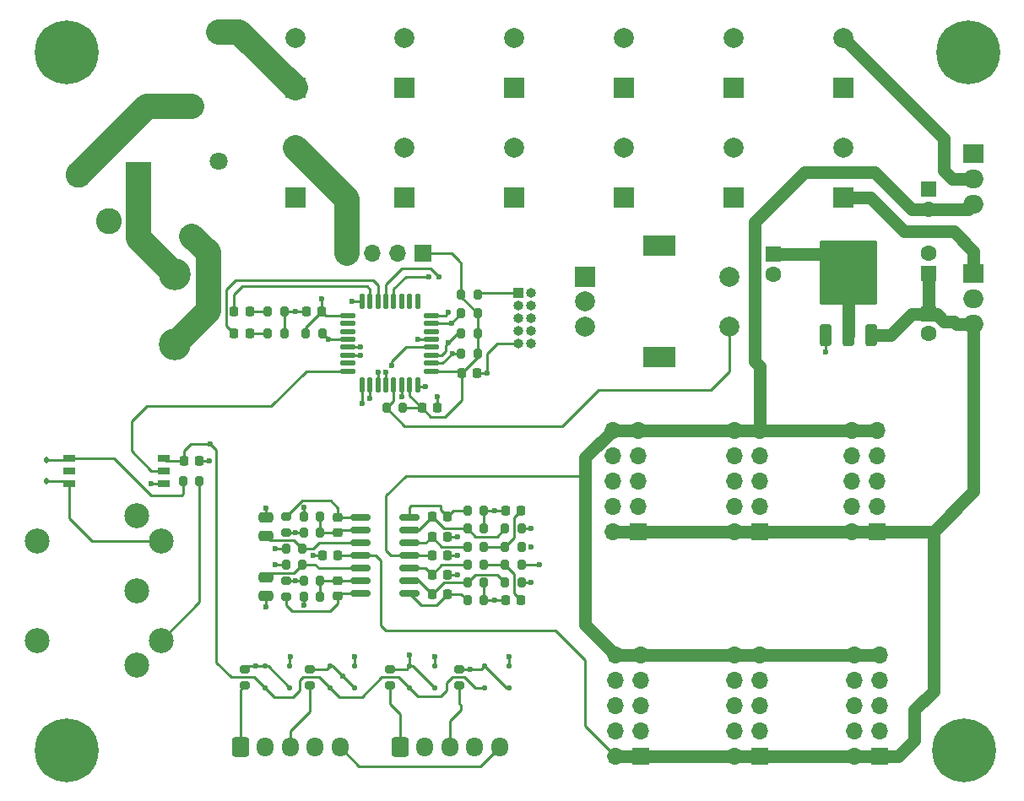
<source format=gbr>
%TF.GenerationSoftware,KiCad,Pcbnew,8.0.0*%
%TF.CreationDate,2024-07-13T20:07:24-07:00*%
%TF.ProjectId,midi-controller,6d696469-2d63-46f6-9e74-726f6c6c6572,rev?*%
%TF.SameCoordinates,Original*%
%TF.FileFunction,Copper,L1,Top*%
%TF.FilePolarity,Positive*%
%FSLAX46Y46*%
G04 Gerber Fmt 4.6, Leading zero omitted, Abs format (unit mm)*
G04 Created by KiCad (PCBNEW 8.0.0) date 2024-07-13 20:07:24*
%MOMM*%
%LPD*%
G01*
G04 APERTURE LIST*
G04 Aperture macros list*
%AMRoundRect*
0 Rectangle with rounded corners*
0 $1 Rounding radius*
0 $2 $3 $4 $5 $6 $7 $8 $9 X,Y pos of 4 corners*
0 Add a 4 corners polygon primitive as box body*
4,1,4,$2,$3,$4,$5,$6,$7,$8,$9,$2,$3,0*
0 Add four circle primitives for the rounded corners*
1,1,$1+$1,$2,$3*
1,1,$1+$1,$4,$5*
1,1,$1+$1,$6,$7*
1,1,$1+$1,$8,$9*
0 Add four rect primitives between the rounded corners*
20,1,$1+$1,$2,$3,$4,$5,0*
20,1,$1+$1,$4,$5,$6,$7,0*
20,1,$1+$1,$6,$7,$8,$9,0*
20,1,$1+$1,$8,$9,$2,$3,0*%
G04 Aperture macros list end*
%TA.AperFunction,ComponentPad*%
%ADD10C,3.200000*%
%TD*%
%TA.AperFunction,ComponentPad*%
%ADD11C,6.400000*%
%TD*%
%TA.AperFunction,ComponentPad*%
%ADD12RoundRect,0.250000X-0.600000X-0.725000X0.600000X-0.725000X0.600000X0.725000X-0.600000X0.725000X0*%
%TD*%
%TA.AperFunction,ComponentPad*%
%ADD13O,1.700000X1.950000*%
%TD*%
%TA.AperFunction,SMDPad,CuDef*%
%ADD14RoundRect,0.218750X0.218750X0.256250X-0.218750X0.256250X-0.218750X-0.256250X0.218750X-0.256250X0*%
%TD*%
%TA.AperFunction,SMDPad,CuDef*%
%ADD15RoundRect,0.150000X-0.825000X-0.150000X0.825000X-0.150000X0.825000X0.150000X-0.825000X0.150000X0*%
%TD*%
%TA.AperFunction,SMDPad,CuDef*%
%ADD16R,1.300000X0.800000*%
%TD*%
%TA.AperFunction,SMDPad,CuDef*%
%ADD17RoundRect,0.125000X-0.625000X-0.125000X0.625000X-0.125000X0.625000X0.125000X-0.625000X0.125000X0*%
%TD*%
%TA.AperFunction,SMDPad,CuDef*%
%ADD18RoundRect,0.125000X-0.125000X-0.625000X0.125000X-0.625000X0.125000X0.625000X-0.125000X0.625000X0*%
%TD*%
%TA.AperFunction,ComponentPad*%
%ADD19R,2.000000X2.000000*%
%TD*%
%TA.AperFunction,ComponentPad*%
%ADD20C,2.000000*%
%TD*%
%TA.AperFunction,ComponentPad*%
%ADD21R,3.200000X2.000000*%
%TD*%
%TA.AperFunction,SMDPad,CuDef*%
%ADD22RoundRect,0.200000X0.275000X-0.200000X0.275000X0.200000X-0.275000X0.200000X-0.275000X-0.200000X0*%
%TD*%
%TA.AperFunction,SMDPad,CuDef*%
%ADD23RoundRect,0.200000X-0.275000X0.200000X-0.275000X-0.200000X0.275000X-0.200000X0.275000X0.200000X0*%
%TD*%
%TA.AperFunction,SMDPad,CuDef*%
%ADD24RoundRect,0.200000X0.200000X0.275000X-0.200000X0.275000X-0.200000X-0.275000X0.200000X-0.275000X0*%
%TD*%
%TA.AperFunction,SMDPad,CuDef*%
%ADD25RoundRect,0.200000X-0.200000X-0.275000X0.200000X-0.275000X0.200000X0.275000X-0.200000X0.275000X0*%
%TD*%
%TA.AperFunction,WasherPad*%
%ADD26C,2.499360*%
%TD*%
%TA.AperFunction,ComponentPad*%
%ADD27C,2.499360*%
%TD*%
%TA.AperFunction,ComponentPad*%
%ADD28R,1.000000X1.000000*%
%TD*%
%TA.AperFunction,ComponentPad*%
%ADD29O,1.000000X1.000000*%
%TD*%
%TA.AperFunction,ComponentPad*%
%ADD30R,1.700000X1.700000*%
%TD*%
%TA.AperFunction,ComponentPad*%
%ADD31O,1.700000X1.700000*%
%TD*%
%TA.AperFunction,SMDPad,CuDef*%
%ADD32RoundRect,0.125000X0.125000X-0.125000X0.125000X0.125000X-0.125000X0.125000X-0.125000X-0.125000X0*%
%TD*%
%TA.AperFunction,SMDPad,CuDef*%
%ADD33RoundRect,0.112500X-0.112500X0.187500X-0.112500X-0.187500X0.112500X-0.187500X0.112500X0.187500X0*%
%TD*%
%TA.AperFunction,SMDPad,CuDef*%
%ADD34RoundRect,0.225000X-0.250000X0.225000X-0.250000X-0.225000X0.250000X-0.225000X0.250000X0.225000X0*%
%TD*%
%TA.AperFunction,SMDPad,CuDef*%
%ADD35RoundRect,0.225000X0.250000X-0.225000X0.250000X0.225000X-0.250000X0.225000X-0.250000X-0.225000X0*%
%TD*%
%TA.AperFunction,SMDPad,CuDef*%
%ADD36RoundRect,0.225000X-0.225000X-0.250000X0.225000X-0.250000X0.225000X0.250000X-0.225000X0.250000X0*%
%TD*%
%TA.AperFunction,SMDPad,CuDef*%
%ADD37RoundRect,0.250000X0.475000X-0.250000X0.475000X0.250000X-0.475000X0.250000X-0.475000X-0.250000X0*%
%TD*%
%TA.AperFunction,SMDPad,CuDef*%
%ADD38RoundRect,0.250000X-0.475000X0.250000X-0.475000X-0.250000X0.475000X-0.250000X0.475000X0.250000X0*%
%TD*%
%TA.AperFunction,SMDPad,CuDef*%
%ADD39RoundRect,0.225000X0.225000X0.250000X-0.225000X0.250000X-0.225000X-0.250000X0.225000X-0.250000X0*%
%TD*%
%TA.AperFunction,SMDPad,CuDef*%
%ADD40RoundRect,0.250000X0.350000X-0.850000X0.350000X0.850000X-0.350000X0.850000X-0.350000X-0.850000X0*%
%TD*%
%TA.AperFunction,SMDPad,CuDef*%
%ADD41RoundRect,0.250000X1.125000X-1.275000X1.125000X1.275000X-1.125000X1.275000X-1.125000X-1.275000X0*%
%TD*%
%TA.AperFunction,SMDPad,CuDef*%
%ADD42RoundRect,0.249997X2.650003X-2.950003X2.650003X2.950003X-2.650003X2.950003X-2.650003X-2.950003X0*%
%TD*%
%TA.AperFunction,ComponentPad*%
%ADD43R,2.000000X1.905000*%
%TD*%
%TA.AperFunction,ComponentPad*%
%ADD44O,2.000000X1.905000*%
%TD*%
%TA.AperFunction,ComponentPad*%
%ADD45C,1.800000*%
%TD*%
%TA.AperFunction,ComponentPad*%
%ADD46R,2.600000X2.600000*%
%TD*%
%TA.AperFunction,ComponentPad*%
%ADD47C,2.600000*%
%TD*%
%TA.AperFunction,ComponentPad*%
%ADD48R,1.600000X1.600000*%
%TD*%
%TA.AperFunction,ComponentPad*%
%ADD49C,1.600000*%
%TD*%
%TA.AperFunction,ViaPad*%
%ADD50C,0.600000*%
%TD*%
%TA.AperFunction,Conductor*%
%ADD51C,0.250000*%
%TD*%
%TA.AperFunction,Conductor*%
%ADD52C,2.500000*%
%TD*%
%TA.AperFunction,Conductor*%
%ADD53C,1.250000*%
%TD*%
G04 APERTURE END LIST*
D10*
%TO.P,SW2,1,A*%
%TO.N,Net-(SW2-A)*%
X117425000Y-78100000D03*
%TO.P,SW2,2,B*%
%TO.N,Net-(SW2-B)*%
X117425000Y-85100000D03*
%TD*%
D11*
%TO.P,H4,1*%
%TO.N,N/C*%
X196600000Y-125800000D03*
%TD*%
%TO.P,H3,1*%
%TO.N,N/C*%
X106600000Y-125800000D03*
%TD*%
%TO.P,H2,1*%
%TO.N,N/C*%
X197000000Y-55800000D03*
%TD*%
%TO.P,H1,1*%
%TO.N,N/C*%
X106600000Y-55800000D03*
%TD*%
D12*
%TO.P,J5,1,Pin_1*%
%TO.N,/CLK2_OUT*%
X124000000Y-125475000D03*
D13*
%TO.P,J5,2,Pin_2*%
%TO.N,/MOD2_OUT*%
X126500000Y-125475000D03*
%TO.P,J5,3,Pin_3*%
%TO.N,/GATE2_OUT*%
X129000000Y-125475000D03*
%TO.P,J5,4,Pin_4*%
%TO.N,/CV2_OUT*%
X131500000Y-125475000D03*
%TO.P,J5,5,Pin_5*%
%TO.N,GND*%
X134000000Y-125475000D03*
%TD*%
D12*
%TO.P,J4,1,Pin_1*%
%TO.N,/CLK1_OUT*%
X140000000Y-125475000D03*
D13*
%TO.P,J4,2,Pin_2*%
%TO.N,/MOD1_OUT*%
X142500000Y-125475000D03*
%TO.P,J4,3,Pin_3*%
%TO.N,/GATE1_OUT*%
X145000000Y-125475000D03*
%TO.P,J4,4,Pin_4*%
%TO.N,/CV1_OUT*%
X147500000Y-125475000D03*
%TO.P,J4,5,Pin_5*%
%TO.N,GND*%
X150000000Y-125475000D03*
%TD*%
D14*
%TO.P,D3,1,K*%
%TO.N,Net-(D3-K)*%
X124947500Y-81800000D03*
%TO.P,D3,2,A*%
%TO.N,/LED_2*%
X123372500Y-81800000D03*
%TD*%
%TO.P,D2,1,K*%
%TO.N,Net-(D2-K)*%
X124947500Y-84000000D03*
%TO.P,D2,2,A*%
%TO.N,/LED_1*%
X123372500Y-84000000D03*
%TD*%
D15*
%TO.P,U3,1*%
%TO.N,Net-(C13-Pad2)*%
X136025000Y-102490000D03*
%TO.P,U3,2,-*%
%TO.N,Net-(U3A--)*%
X136025000Y-103760000D03*
%TO.P,U3,3,+*%
%TO.N,Net-(U3A-+)*%
X136025000Y-105030000D03*
%TO.P,U3,4,V+*%
%TO.N,+12V*%
X136025000Y-106300000D03*
%TO.P,U3,5,+*%
%TO.N,Net-(U3B-+)*%
X136025000Y-107570000D03*
%TO.P,U3,6,-*%
%TO.N,Net-(U3B--)*%
X136025000Y-108840000D03*
%TO.P,U3,7*%
%TO.N,Net-(C14-Pad2)*%
X136025000Y-110110000D03*
%TO.P,U3,8*%
%TO.N,Net-(C12-Pad2)*%
X140975000Y-110110000D03*
%TO.P,U3,9,-*%
%TO.N,Net-(U3C--)*%
X140975000Y-108840000D03*
%TO.P,U3,10,+*%
%TO.N,Net-(U3C-+)*%
X140975000Y-107570000D03*
%TO.P,U3,11,V-*%
%TO.N,-12V*%
X140975000Y-106300000D03*
%TO.P,U3,12,+*%
%TO.N,Net-(U3D-+)*%
X140975000Y-105030000D03*
%TO.P,U3,13,-*%
%TO.N,Net-(U3D--)*%
X140975000Y-103760000D03*
%TO.P,U3,14*%
%TO.N,Net-(C11-Pad2)*%
X140975000Y-102490000D03*
%TD*%
D16*
%TO.P,U2,1,A*%
%TO.N,Net-(D1-K)*%
X106850000Y-96530000D03*
%TO.P,U2,2,NC*%
%TO.N,unconnected-(U2-NC-Pad2)*%
X106850000Y-97800000D03*
%TO.P,U2,3,K*%
%TO.N,Net-(D1-A)*%
X106850000Y-99070000D03*
%TO.P,U2,4,GND*%
%TO.N,GND*%
X116350000Y-99070000D03*
%TO.P,U2,5,VO*%
%TO.N,/MIDI_RX*%
X116350000Y-97800000D03*
%TO.P,U2,6,VDD*%
%TO.N,+3.3V*%
X116350000Y-96530000D03*
%TD*%
D17*
%TO.P,U1,1,VDD*%
%TO.N,+3.3V*%
X134825000Y-82200000D03*
%TO.P,U1,2,PF0*%
%TO.N,unconnected-(U1-PF0-Pad2)*%
X134825000Y-83000000D03*
%TO.P,U1,3,PF1*%
%TO.N,unconnected-(U1-PF1-Pad3)*%
X134825000Y-83800000D03*
%TO.P,U1,4,PG10*%
%TO.N,/NRST*%
X134825000Y-84600000D03*
%TO.P,U1,5,PA0*%
%TO.N,/MOD1*%
X134825000Y-85400000D03*
%TO.P,U1,6,PA1*%
%TO.N,/MOD2*%
X134825000Y-86200000D03*
%TO.P,U1,7,PA2*%
%TO.N,/MIDI_TX*%
X134825000Y-87000000D03*
%TO.P,U1,8,PA3*%
%TO.N,/MIDI_RX*%
X134825000Y-87800000D03*
D18*
%TO.P,U1,9,PA4*%
%TO.N,/CV1*%
X136200000Y-89175000D03*
%TO.P,U1,10,PA5*%
%TO.N,/CV2*%
X137000000Y-89175000D03*
%TO.P,U1,11,PA6*%
%TO.N,/GATE2*%
X137800000Y-89175000D03*
%TO.P,U1,12,PA7*%
%TO.N,/GATE1*%
X138600000Y-89175000D03*
%TO.P,U1,13,PB0*%
%TO.N,/ENC_BTN*%
X139400000Y-89175000D03*
%TO.P,U1,14,VSSA*%
%TO.N,GND*%
X140200000Y-89175000D03*
%TO.P,U1,15,VDDA*%
%TO.N,+3.3V*%
X141000000Y-89175000D03*
%TO.P,U1,16,VSS*%
%TO.N,GND*%
X141800000Y-89175000D03*
D17*
%TO.P,U1,17,VDD*%
%TO.N,+3.3V*%
X143175000Y-87800000D03*
%TO.P,U1,18,PA8*%
%TO.N,/I2C_DAT*%
X143175000Y-87000000D03*
%TO.P,U1,19,PA9*%
%TO.N,/I2C_CLK*%
X143175000Y-86200000D03*
%TO.P,U1,20,PA10*%
%TO.N,/CLK1*%
X143175000Y-85400000D03*
%TO.P,U1,21,PA11*%
%TO.N,/CLK2*%
X143175000Y-84600000D03*
%TO.P,U1,22,PA12*%
%TO.N,unconnected-(U1-PA12-Pad22)*%
X143175000Y-83800000D03*
%TO.P,U1,23,PA13*%
%TO.N,/SWIO*%
X143175000Y-83000000D03*
%TO.P,U1,24,PA14*%
%TO.N,/SWCLK*%
X143175000Y-82200000D03*
D18*
%TO.P,U1,25,PA15*%
%TO.N,unconnected-(U1-PA15-Pad25)*%
X141800000Y-80825000D03*
%TO.P,U1,26,PB3*%
%TO.N,unconnected-(U1-PB3-Pad26)*%
X141000000Y-80825000D03*
%TO.P,U1,27,PB4*%
%TO.N,unconnected-(U1-PB4-Pad27)*%
X140200000Y-80825000D03*
%TO.P,U1,28,PB5*%
%TO.N,/ENC_A*%
X139400000Y-80825000D03*
%TO.P,U1,29,PB6*%
%TO.N,/ENC_B*%
X138600000Y-80825000D03*
%TO.P,U1,30,PB7*%
%TO.N,/LED_1*%
X137800000Y-80825000D03*
%TO.P,U1,31,PB8*%
%TO.N,/LED_2*%
X137000000Y-80825000D03*
%TO.P,U1,32,VSS*%
%TO.N,GND*%
X136200000Y-80825000D03*
%TD*%
D19*
%TO.P,SW1,A,A*%
%TO.N,/ENC_A*%
X158550000Y-78300000D03*
D20*
%TO.P,SW1,B,B*%
%TO.N,/ENC_B*%
X158550000Y-83300000D03*
%TO.P,SW1,C,C*%
%TO.N,GND*%
X158550000Y-80800000D03*
D21*
%TO.P,SW1,MP*%
%TO.N,N/C*%
X166050000Y-75200000D03*
X166050000Y-86400000D03*
D20*
%TO.P,SW1,S1,S1*%
%TO.N,/ENC_BTN*%
X173050000Y-83300000D03*
%TO.P,SW1,S2,S2*%
%TO.N,GND*%
X173050000Y-78300000D03*
%TD*%
D22*
%TO.P,R31,1*%
%TO.N,/CLK1_OUT*%
X139000000Y-119325000D03*
%TO.P,R31,2*%
%TO.N,/CLK1*%
X139000000Y-117675000D03*
%TD*%
%TO.P,R30,1*%
%TO.N,/GATE2_OUT*%
X131000000Y-119325000D03*
%TO.P,R30,2*%
%TO.N,/GATE2*%
X131000000Y-117675000D03*
%TD*%
%TO.P,R29,1*%
%TO.N,/GATE1_OUT*%
X146000000Y-119325000D03*
%TO.P,R29,2*%
%TO.N,/GATE1*%
X146000000Y-117675000D03*
%TD*%
D23*
%TO.P,R27,1*%
%TO.N,/CV2_OUT*%
X128600000Y-108775000D03*
%TO.P,R27,2*%
%TO.N,Net-(C14-Pad2)*%
X128600000Y-110425000D03*
%TD*%
D22*
%TO.P,R26,1*%
%TO.N,/CV1_OUT*%
X128600000Y-104025000D03*
%TO.P,R26,2*%
%TO.N,Net-(C13-Pad2)*%
X128600000Y-102375000D03*
%TD*%
D24*
%TO.P,R25,1*%
%TO.N,/MOD1_OUT*%
X148425000Y-110800000D03*
%TO.P,R25,2*%
%TO.N,Net-(C12-Pad2)*%
X146775000Y-110800000D03*
%TD*%
D25*
%TO.P,R23,1*%
%TO.N,/CV2_OUT*%
X130375000Y-108800000D03*
%TO.P,R23,2*%
%TO.N,Net-(U3B--)*%
X132025000Y-108800000D03*
%TD*%
%TO.P,R22,1*%
%TO.N,/CV1_OUT*%
X130375000Y-104000000D03*
%TO.P,R22,2*%
%TO.N,Net-(U3A--)*%
X132025000Y-104000000D03*
%TD*%
D24*
%TO.P,R21,1*%
%TO.N,/MOD1_OUT*%
X148425000Y-109000000D03*
%TO.P,R21,2*%
%TO.N,Net-(U3C--)*%
X146775000Y-109000000D03*
%TD*%
%TO.P,R19,1*%
%TO.N,Net-(U3B--)*%
X132025000Y-110400000D03*
%TO.P,R19,2*%
%TO.N,GND*%
X130375000Y-110400000D03*
%TD*%
%TO.P,R18,1*%
%TO.N,Net-(U3A--)*%
X132025000Y-102400000D03*
%TO.P,R18,2*%
%TO.N,GND*%
X130375000Y-102400000D03*
%TD*%
D25*
%TO.P,R17,1*%
%TO.N,Net-(U3C--)*%
X150575000Y-109000000D03*
%TO.P,R17,2*%
%TO.N,GND*%
X152225000Y-109000000D03*
%TD*%
%TO.P,R15,1*%
%TO.N,Net-(U3C-+)*%
X146775000Y-107200000D03*
%TO.P,R15,2*%
%TO.N,Net-(C10-Pad1)*%
X148425000Y-107200000D03*
%TD*%
%TO.P,R13,1*%
%TO.N,Net-(C10-Pad1)*%
X150575000Y-107200000D03*
%TO.P,R13,2*%
%TO.N,/MOD1*%
X152225000Y-107200000D03*
%TD*%
D24*
%TO.P,R12,1*%
%TO.N,Net-(U3B-+)*%
X130225000Y-107200000D03*
%TO.P,R12,2*%
%TO.N,/CV2*%
X128575000Y-107200000D03*
%TD*%
%TO.P,R11,1*%
%TO.N,Net-(U3A-+)*%
X130225000Y-105600000D03*
%TO.P,R11,2*%
%TO.N,/CV1*%
X128575000Y-105600000D03*
%TD*%
%TO.P,R9,1*%
%TO.N,+3.3V*%
X140325000Y-91500000D03*
%TO.P,R9,2*%
%TO.N,/ENC_BTN*%
X138675000Y-91500000D03*
%TD*%
%TO.P,R8,1*%
%TO.N,GND*%
X128425000Y-81800000D03*
%TO.P,R8,2*%
%TO.N,Net-(D3-K)*%
X126775000Y-81800000D03*
%TD*%
%TO.P,R7,1*%
%TO.N,GND*%
X128425000Y-84000000D03*
%TO.P,R7,2*%
%TO.N,Net-(D2-K)*%
X126775000Y-84000000D03*
%TD*%
%TO.P,R6,1*%
%TO.N,+3.3V*%
X147825000Y-82000000D03*
%TO.P,R6,2*%
%TO.N,/SWIO*%
X146175000Y-82000000D03*
%TD*%
D25*
%TO.P,R5,1*%
%TO.N,Net-(D1-K)*%
X118275000Y-98800000D03*
%TO.P,R5,2*%
%TO.N,Net-(J3-Pad4)*%
X119925000Y-98800000D03*
%TD*%
%TO.P,R4,1*%
%TO.N,+3.3V*%
X130575000Y-84000000D03*
%TO.P,R4,2*%
%TO.N,/NRST*%
X132225000Y-84000000D03*
%TD*%
D24*
%TO.P,R3,1*%
%TO.N,+3.3V*%
X147825000Y-84000000D03*
%TO.P,R3,2*%
%TO.N,/I2C_CLK*%
X146175000Y-84000000D03*
%TD*%
%TO.P,R2,1*%
%TO.N,+3.3V*%
X147825000Y-86000000D03*
%TO.P,R2,2*%
%TO.N,/I2C_DAT*%
X146175000Y-86000000D03*
%TD*%
D25*
%TO.P,R1,1*%
%TO.N,+3.3V*%
X146175000Y-80100000D03*
%TO.P,R1,2*%
%TO.N,Net-(J2-VTref)*%
X147825000Y-80100000D03*
%TD*%
D26*
%TO.P,J3,*%
%TO.N,*%
X103602300Y-104798740D03*
X103602300Y-114801260D03*
D27*
%TO.P,J3,1*%
%TO.N,unconnected-(J3-Pad1)*%
X113597200Y-117298080D03*
%TO.P,J3,2*%
%TO.N,unconnected-(J3-Pad2)*%
X113599740Y-109800000D03*
%TO.P,J3,3*%
%TO.N,unconnected-(J3-Pad3)*%
X113597200Y-102301920D03*
%TO.P,J3,4*%
%TO.N,Net-(J3-Pad4)*%
X116099100Y-114796180D03*
%TO.P,J3,5*%
%TO.N,Net-(D1-A)*%
X116099100Y-104803820D03*
%TD*%
D28*
%TO.P,J2,1,VTref*%
%TO.N,Net-(J2-VTref)*%
X151875000Y-79950000D03*
D29*
%TO.P,J2,2,SWDIO/TMS*%
%TO.N,/SWIO*%
X153145000Y-79950000D03*
%TO.P,J2,3,GND*%
%TO.N,GND*%
X151875000Y-81220000D03*
%TO.P,J2,4,SWCLK/TCK*%
%TO.N,/SWCLK*%
X153145000Y-81220000D03*
%TO.P,J2,5,GND*%
%TO.N,GND*%
X151875000Y-82490000D03*
%TO.P,J2,6,SWO/TDO*%
%TO.N,unconnected-(J2-SWO{slash}TDO-Pad6)*%
X153145000Y-82490000D03*
%TO.P,J2,7,KEY*%
%TO.N,unconnected-(J2-KEY-Pad7)*%
X151875000Y-83760000D03*
%TO.P,J2,8,NC/TDI*%
%TO.N,unconnected-(J2-NC{slash}TDI-Pad8)*%
X153145000Y-83760000D03*
%TO.P,J2,9,GNDDetect*%
%TO.N,GND*%
X151875000Y-85030000D03*
%TO.P,J2,10,~{RESET}*%
%TO.N,/NRST*%
X153145000Y-85030000D03*
%TD*%
D30*
%TO.P,J1,1,Pin_1*%
%TO.N,+3.3V*%
X142300000Y-76000000D03*
D31*
%TO.P,J1,2,Pin_2*%
%TO.N,/I2C_DAT*%
X139760000Y-76000000D03*
%TO.P,J1,3,Pin_3*%
%TO.N,/I2C_CLK*%
X137220000Y-76000000D03*
%TO.P,J1,4,Pin_4*%
%TO.N,GND*%
X134680000Y-76000000D03*
%TD*%
D32*
%TO.P,D11,1,K*%
%TO.N,/CLK1*%
X143500000Y-119600000D03*
%TO.P,D11,2,A*%
%TO.N,GND*%
X143500000Y-117400000D03*
%TD*%
%TO.P,D10,1,K*%
%TO.N,+3.3V*%
X141000000Y-119600000D03*
%TO.P,D10,2,A*%
%TO.N,/CLK1*%
X141000000Y-117400000D03*
%TD*%
%TO.P,D9,1,K*%
%TO.N,/GATE2*%
X135500000Y-119600000D03*
%TO.P,D9,2,A*%
%TO.N,GND*%
X135500000Y-117400000D03*
%TD*%
%TO.P,D8,1,K*%
%TO.N,+3.3V*%
X133000000Y-119577500D03*
%TO.P,D8,2,A*%
%TO.N,/GATE2*%
X133000000Y-117377500D03*
%TD*%
%TO.P,D7,1,K*%
%TO.N,/GATE1*%
X151000000Y-119577500D03*
%TO.P,D7,2,A*%
%TO.N,GND*%
X151000000Y-117377500D03*
%TD*%
%TO.P,D6,1,K*%
%TO.N,+3.3V*%
X148477500Y-119577500D03*
%TO.P,D6,2,A*%
%TO.N,/GATE1*%
X148477500Y-117377500D03*
%TD*%
D33*
%TO.P,D1,1,K*%
%TO.N,Net-(D1-K)*%
X104600000Y-96750000D03*
%TO.P,D1,2,A*%
%TO.N,Net-(D1-A)*%
X104600000Y-98850000D03*
%TD*%
D34*
%TO.P,C14,1*%
%TO.N,Net-(U3B--)*%
X133800000Y-108825000D03*
%TO.P,C14,2*%
%TO.N,Net-(C14-Pad2)*%
X133800000Y-110375000D03*
%TD*%
D35*
%TO.P,C13,1*%
%TO.N,Net-(U3A--)*%
X133800000Y-103975000D03*
%TO.P,C13,2*%
%TO.N,Net-(C13-Pad2)*%
X133800000Y-102425000D03*
%TD*%
D36*
%TO.P,C12,1*%
%TO.N,Net-(U3C--)*%
X143225000Y-110200000D03*
%TO.P,C12,2*%
%TO.N,Net-(C12-Pad2)*%
X144775000Y-110200000D03*
%TD*%
D37*
%TO.P,C6,1*%
%TO.N,GND*%
X126600000Y-110350000D03*
%TO.P,C6,2*%
%TO.N,Net-(U3B-+)*%
X126600000Y-108450000D03*
%TD*%
D38*
%TO.P,C5,1*%
%TO.N,GND*%
X126600000Y-102450000D03*
%TO.P,C5,2*%
%TO.N,Net-(U3A-+)*%
X126600000Y-104350000D03*
%TD*%
D36*
%TO.P,C4,1*%
%TO.N,+3.3V*%
X118325000Y-96800000D03*
%TO.P,C4,2*%
%TO.N,GND*%
X119875000Y-96800000D03*
%TD*%
%TO.P,C3,1*%
%TO.N,+3.3V*%
X142225000Y-91500000D03*
%TO.P,C3,2*%
%TO.N,GND*%
X143775000Y-91500000D03*
%TD*%
%TO.P,C2,1*%
%TO.N,+3.3V*%
X146225000Y-88000000D03*
%TO.P,C2,2*%
%TO.N,GND*%
X147775000Y-88000000D03*
%TD*%
D39*
%TO.P,C1,1*%
%TO.N,+3.3V*%
X132175000Y-81800000D03*
%TO.P,C1,2*%
%TO.N,GND*%
X130625000Y-81800000D03*
%TD*%
D40*
%TO.P,U6,1,GND*%
%TO.N,GND*%
X182720000Y-84200000D03*
%TO.P,U6,2,VO*%
%TO.N,+3.3V*%
X185000000Y-84200000D03*
D41*
X183475000Y-79575000D03*
X186525000Y-79575000D03*
D42*
X185000000Y-77900000D03*
D41*
X183475000Y-76225000D03*
X186525000Y-76225000D03*
D40*
%TO.P,U6,3,VI*%
%TO.N,+12V*%
X187280000Y-84200000D03*
%TD*%
D43*
%TO.P,U5,1,GND*%
%TO.N,GND*%
X197555000Y-65960000D03*
D44*
%TO.P,U5,2,VI*%
%TO.N,Net-(U5-VI)*%
X197555000Y-68500000D03*
%TO.P,U5,3,VO*%
%TO.N,-12V*%
X197555000Y-71040000D03*
%TD*%
D43*
%TO.P,U4,1,VI*%
%TO.N,Net-(D12-K)*%
X197555000Y-77960000D03*
D44*
%TO.P,U4,2,GND*%
%TO.N,GND*%
X197555000Y-80500000D03*
%TO.P,U4,3,VO*%
%TO.N,+12V*%
X197555000Y-83040000D03*
%TD*%
D45*
%TO.P,TH2,1*%
%TO.N,GND*%
X121850000Y-53750000D03*
%TO.P,TH2,2*%
%TO.N,Net-(J6-Pad2)*%
X119150000Y-61250000D03*
%TD*%
%TO.P,TH1,1*%
%TO.N,Net-(D13-K)*%
X121850000Y-66750000D03*
%TO.P,TH1,2*%
%TO.N,Net-(SW2-B)*%
X119150000Y-74250000D03*
%TD*%
D22*
%TO.P,R28,1*%
%TO.N,/CLK2_OUT*%
X124500000Y-119325000D03*
%TO.P,R28,2*%
%TO.N,/CLK2*%
X124500000Y-117675000D03*
%TD*%
D24*
%TO.P,R24,1*%
%TO.N,/MOD2_OUT*%
X148425000Y-101800000D03*
%TO.P,R24,2*%
%TO.N,Net-(C11-Pad2)*%
X146775000Y-101800000D03*
%TD*%
%TO.P,R20,1*%
%TO.N,/MOD2_OUT*%
X148425000Y-103600000D03*
%TO.P,R20,2*%
%TO.N,Net-(U3D--)*%
X146775000Y-103600000D03*
%TD*%
D25*
%TO.P,R16,1*%
%TO.N,Net-(U3D--)*%
X150575000Y-103600000D03*
%TO.P,R16,2*%
%TO.N,GND*%
X152225000Y-103600000D03*
%TD*%
%TO.P,R14,1*%
%TO.N,Net-(U3D-+)*%
X146775000Y-105400000D03*
%TO.P,R14,2*%
%TO.N,Net-(C9-Pad1)*%
X148425000Y-105400000D03*
%TD*%
%TO.P,R10,1*%
%TO.N,Net-(C9-Pad1)*%
X150575000Y-105400000D03*
%TO.P,R10,2*%
%TO.N,/MOD2*%
X152225000Y-105400000D03*
%TD*%
D30*
%TO.P,J12,1,Pin_1*%
%TO.N,+12V*%
X188140000Y-126420000D03*
D31*
%TO.P,J12,2,Pin_2*%
X185600000Y-126420000D03*
%TO.P,J12,3,Pin_3*%
%TO.N,GND*%
X188140000Y-123880000D03*
%TO.P,J12,4,Pin_4*%
X185600000Y-123880000D03*
%TO.P,J12,5,Pin_5*%
X188140000Y-121340000D03*
%TO.P,J12,6,Pin_6*%
X185600000Y-121340000D03*
%TO.P,J12,7,Pin_7*%
X188140000Y-118800000D03*
%TO.P,J12,8,Pin_8*%
X185600000Y-118800000D03*
%TO.P,J12,9,Pin_9*%
%TO.N,-12V*%
X188140000Y-116260000D03*
%TO.P,J12,10,Pin_10*%
X185600000Y-116260000D03*
%TD*%
D30*
%TO.P,J11,1,Pin_1*%
%TO.N,+12V*%
X187875000Y-103875000D03*
D31*
%TO.P,J11,2,Pin_2*%
X185335000Y-103875000D03*
%TO.P,J11,3,Pin_3*%
%TO.N,GND*%
X187875000Y-101335000D03*
%TO.P,J11,4,Pin_4*%
X185335000Y-101335000D03*
%TO.P,J11,5,Pin_5*%
X187875000Y-98795000D03*
%TO.P,J11,6,Pin_6*%
X185335000Y-98795000D03*
%TO.P,J11,7,Pin_7*%
X187875000Y-96255000D03*
%TO.P,J11,8,Pin_8*%
X185335000Y-96255000D03*
%TO.P,J11,9,Pin_9*%
%TO.N,-12V*%
X187875000Y-93715000D03*
%TO.P,J11,10,Pin_10*%
X185335000Y-93715000D03*
%TD*%
D30*
%TO.P,J10,1,Pin_1*%
%TO.N,+12V*%
X163875000Y-103875000D03*
D31*
%TO.P,J10,2,Pin_2*%
X161335000Y-103875000D03*
%TO.P,J10,3,Pin_3*%
%TO.N,GND*%
X163875000Y-101335000D03*
%TO.P,J10,4,Pin_4*%
X161335000Y-101335000D03*
%TO.P,J10,5,Pin_5*%
X163875000Y-98795000D03*
%TO.P,J10,6,Pin_6*%
X161335000Y-98795000D03*
%TO.P,J10,7,Pin_7*%
X163875000Y-96255000D03*
%TO.P,J10,8,Pin_8*%
X161335000Y-96255000D03*
%TO.P,J10,9,Pin_9*%
%TO.N,-12V*%
X163875000Y-93715000D03*
%TO.P,J10,10,Pin_10*%
X161335000Y-93715000D03*
%TD*%
D30*
%TO.P,J9,1,Pin_1*%
%TO.N,+12V*%
X176140000Y-103875000D03*
D31*
%TO.P,J9,2,Pin_2*%
X173600000Y-103875000D03*
%TO.P,J9,3,Pin_3*%
%TO.N,GND*%
X176140000Y-101335000D03*
%TO.P,J9,4,Pin_4*%
X173600000Y-101335000D03*
%TO.P,J9,5,Pin_5*%
X176140000Y-98795000D03*
%TO.P,J9,6,Pin_6*%
X173600000Y-98795000D03*
%TO.P,J9,7,Pin_7*%
X176140000Y-96255000D03*
%TO.P,J9,8,Pin_8*%
X173600000Y-96255000D03*
%TO.P,J9,9,Pin_9*%
%TO.N,-12V*%
X176140000Y-93715000D03*
%TO.P,J9,10,Pin_10*%
X173600000Y-93715000D03*
%TD*%
D30*
%TO.P,J8,1,Pin_1*%
%TO.N,+12V*%
X164140000Y-126420000D03*
D31*
%TO.P,J8,2,Pin_2*%
X161600000Y-126420000D03*
%TO.P,J8,3,Pin_3*%
%TO.N,GND*%
X164140000Y-123880000D03*
%TO.P,J8,4,Pin_4*%
X161600000Y-123880000D03*
%TO.P,J8,5,Pin_5*%
X164140000Y-121340000D03*
%TO.P,J8,6,Pin_6*%
X161600000Y-121340000D03*
%TO.P,J8,7,Pin_7*%
X164140000Y-118800000D03*
%TO.P,J8,8,Pin_8*%
X161600000Y-118800000D03*
%TO.P,J8,9,Pin_9*%
%TO.N,-12V*%
X164140000Y-116260000D03*
%TO.P,J8,10,Pin_10*%
X161600000Y-116260000D03*
%TD*%
D30*
%TO.P,J7,1,Pin_1*%
%TO.N,+12V*%
X176140000Y-126420000D03*
D31*
%TO.P,J7,2,Pin_2*%
X173600000Y-126420000D03*
%TO.P,J7,3,Pin_3*%
%TO.N,GND*%
X176140000Y-123880000D03*
%TO.P,J7,4,Pin_4*%
X173600000Y-123880000D03*
%TO.P,J7,5,Pin_5*%
X176140000Y-121340000D03*
%TO.P,J7,6,Pin_6*%
X173600000Y-121340000D03*
%TO.P,J7,7,Pin_7*%
X176140000Y-118800000D03*
%TO.P,J7,8,Pin_8*%
X173600000Y-118800000D03*
%TO.P,J7,9,Pin_9*%
%TO.N,-12V*%
X176140000Y-116260000D03*
%TO.P,J7,10,Pin_10*%
X173600000Y-116260000D03*
%TD*%
D46*
%TO.P,J6,1*%
%TO.N,Net-(SW2-A)*%
X113800000Y-68050000D03*
D47*
%TO.P,J6,2*%
%TO.N,Net-(J6-Pad2)*%
X107800000Y-68050000D03*
%TO.P,J6,3*%
%TO.N,N/C*%
X110800000Y-72750000D03*
%TD*%
D32*
%TO.P,D5,1,K*%
%TO.N,/CLK2*%
X128977500Y-119577500D03*
%TO.P,D5,2,A*%
%TO.N,GND*%
X128977500Y-117377500D03*
%TD*%
%TO.P,D4,1,K*%
%TO.N,+3.3V*%
X126500000Y-119600000D03*
%TO.P,D4,2,A*%
%TO.N,/CLK2*%
X126500000Y-117400000D03*
%TD*%
D48*
%TO.P,C34,1*%
%TO.N,GND*%
X193000000Y-69544887D03*
D49*
%TO.P,C34,2*%
%TO.N,-12V*%
X193000000Y-71544887D03*
%TD*%
D48*
%TO.P,C33,1*%
%TO.N,+12V*%
X193000000Y-82044888D03*
D49*
%TO.P,C33,2*%
%TO.N,GND*%
X193000000Y-84044888D03*
%TD*%
D48*
%TO.P,C32,1*%
%TO.N,+3.3V*%
X177500000Y-76044887D03*
D49*
%TO.P,C32,2*%
%TO.N,GND*%
X177500000Y-78044887D03*
%TD*%
D48*
%TO.P,C29,1*%
%TO.N,+12V*%
X193000000Y-77955113D03*
D49*
%TO.P,C29,2*%
%TO.N,GND*%
X193000000Y-75955113D03*
%TD*%
D19*
%TO.P,C28,1*%
%TO.N,GND*%
X184500000Y-59367677D03*
D20*
%TO.P,C28,2*%
%TO.N,Net-(U5-VI)*%
X184500000Y-54367677D03*
%TD*%
D19*
%TO.P,C27,1*%
%TO.N,Net-(D12-K)*%
X184500000Y-70367677D03*
D20*
%TO.P,C27,2*%
%TO.N,GND*%
X184500000Y-65367677D03*
%TD*%
D39*
%TO.P,C26,1*%
%TO.N,GND*%
X144775000Y-106300000D03*
%TO.P,C26,2*%
%TO.N,-12V*%
X143225000Y-106300000D03*
%TD*%
%TO.P,C25,1*%
%TO.N,+12V*%
X133775000Y-106300000D03*
%TO.P,C25,2*%
%TO.N,GND*%
X132225000Y-106300000D03*
%TD*%
D19*
%TO.P,C24,1*%
%TO.N,GND*%
X173500000Y-59367677D03*
D20*
%TO.P,C24,2*%
%TO.N,Net-(U5-VI)*%
X173500000Y-54367677D03*
%TD*%
D19*
%TO.P,C23,1*%
%TO.N,Net-(D12-K)*%
X173500000Y-70367677D03*
D20*
%TO.P,C23,2*%
%TO.N,GND*%
X173500000Y-65367677D03*
%TD*%
D19*
%TO.P,C22,1*%
%TO.N,GND*%
X162500000Y-59367677D03*
D20*
%TO.P,C22,2*%
%TO.N,Net-(U5-VI)*%
X162500000Y-54367677D03*
%TD*%
D19*
%TO.P,C21,1*%
%TO.N,Net-(D12-K)*%
X162500000Y-70367677D03*
D20*
%TO.P,C21,2*%
%TO.N,GND*%
X162500000Y-65367677D03*
%TD*%
D19*
%TO.P,C20,1*%
%TO.N,GND*%
X151500000Y-59367677D03*
D20*
%TO.P,C20,2*%
%TO.N,Net-(U5-VI)*%
X151500000Y-54367677D03*
%TD*%
D19*
%TO.P,C19,1*%
%TO.N,Net-(D12-K)*%
X151500000Y-70367677D03*
D20*
%TO.P,C19,2*%
%TO.N,GND*%
X151500000Y-65367677D03*
%TD*%
D19*
%TO.P,C18,1*%
%TO.N,GND*%
X140500000Y-59367677D03*
D20*
%TO.P,C18,2*%
%TO.N,Net-(U5-VI)*%
X140500000Y-54367677D03*
%TD*%
D19*
%TO.P,C17,1*%
%TO.N,Net-(D12-K)*%
X140500000Y-70367677D03*
D20*
%TO.P,C17,2*%
%TO.N,GND*%
X140500000Y-65367677D03*
%TD*%
D19*
%TO.P,C16,1*%
%TO.N,GND*%
X129500000Y-59367677D03*
D20*
%TO.P,C16,2*%
%TO.N,Net-(U5-VI)*%
X129500000Y-54367677D03*
%TD*%
D19*
%TO.P,C15,1*%
%TO.N,Net-(D12-K)*%
X129500000Y-70367677D03*
D20*
%TO.P,C15,2*%
%TO.N,GND*%
X129500000Y-65367677D03*
%TD*%
D36*
%TO.P,C11,1*%
%TO.N,Net-(U3D--)*%
X143225000Y-102400000D03*
%TO.P,C11,2*%
%TO.N,Net-(C11-Pad2)*%
X144775000Y-102400000D03*
%TD*%
D39*
%TO.P,C10,1*%
%TO.N,Net-(C10-Pad1)*%
X152175000Y-110800000D03*
%TO.P,C10,2*%
%TO.N,/MOD1_OUT*%
X150625000Y-110800000D03*
%TD*%
%TO.P,C9,1*%
%TO.N,Net-(C9-Pad1)*%
X152175000Y-101800000D03*
%TO.P,C9,2*%
%TO.N,/MOD2_OUT*%
X150625000Y-101800000D03*
%TD*%
D36*
%TO.P,C8,1*%
%TO.N,Net-(U3C-+)*%
X143225000Y-108200000D03*
%TO.P,C8,2*%
%TO.N,GND*%
X144775000Y-108200000D03*
%TD*%
%TO.P,C7,1*%
%TO.N,Net-(U3D-+)*%
X143225000Y-104400000D03*
%TO.P,C7,2*%
%TO.N,GND*%
X144775000Y-104400000D03*
%TD*%
D50*
%TO.N,GND*%
X182700000Y-85900000D03*
%TO.N,+3.3V*%
X121000000Y-95100000D03*
X132200000Y-80500000D03*
%TO.N,/CLK1*%
X141000000Y-116300000D03*
X139200000Y-87200000D03*
%TO.N,/CLK2*%
X125600000Y-117400000D03*
%TO.N,/MOD1*%
X154000000Y-107200000D03*
%TO.N,/MOD2*%
X153200000Y-105400000D03*
X136100000Y-86200000D03*
%TO.N,/CV1*%
X136200000Y-91000000D03*
%TO.N,/CV2*%
X137000000Y-90500000D03*
%TO.N,/GATE1*%
X138600000Y-87900000D03*
%TO.N,/GATE2*%
X137800000Y-87900000D03*
%TO.N,/CLK2*%
X141800000Y-84625000D03*
%TO.N,GND*%
X142577427Y-89312864D03*
X140200000Y-90400000D03*
%TO.N,/MOD1*%
X136100000Y-85400000D03*
%TO.N,GND*%
X115100000Y-99100000D03*
X120900000Y-96800000D03*
X129500000Y-81800000D03*
X135200000Y-80800000D03*
%TO.N,/ENC_A*%
X142900000Y-78300000D03*
%TO.N,/ENC_B*%
X143900000Y-78300000D03*
%TO.N,/I2C_DAT*%
X145300000Y-86000000D03*
%TO.N,/I2C_CLK*%
X144900000Y-84900000D03*
%TO.N,/NRST*%
X132825000Y-84600000D03*
%TO.N,/SWCLK*%
X144900000Y-81900000D03*
%TO.N,/SWIO*%
X145175000Y-83000000D03*
%TO.N,/GATE1*%
X147100000Y-117675000D03*
%TO.N,/GATE2*%
X134250000Y-118350000D03*
%TO.N,/CV2*%
X127500000Y-107200000D03*
%TO.N,/CV1*%
X127500000Y-105600000D03*
%TO.N,GND*%
X129000000Y-116400000D03*
X135500000Y-116400000D03*
X151000000Y-116400000D03*
X143500000Y-116400000D03*
X148800000Y-88000000D03*
X143800000Y-90400000D03*
%TO.N,/MOD1_OUT*%
X149500000Y-110800000D03*
%TO.N,/MOD2_OUT*%
X149500000Y-101800000D03*
%TO.N,GND*%
X153200000Y-103600000D03*
X153200000Y-109000000D03*
X145800000Y-108200000D03*
X145800000Y-106300000D03*
X145800000Y-104400000D03*
%TO.N,/CV1_OUT*%
X129500000Y-104000000D03*
%TO.N,/CV2_OUT*%
X129500000Y-108775000D03*
%TO.N,GND*%
X126600000Y-111400000D03*
X130400000Y-111275000D03*
X126600000Y-101500000D03*
X130379442Y-101479442D03*
X131300000Y-106300000D03*
%TD*%
D51*
%TO.N,/LED_1*%
X137800000Y-79200000D02*
X137800000Y-80825000D01*
X137300000Y-78700000D02*
X137800000Y-79200000D01*
X123500000Y-78700000D02*
X137300000Y-78700000D01*
X122600000Y-79600000D02*
X123500000Y-78700000D01*
X122600000Y-83227500D02*
X122600000Y-79600000D01*
X123372500Y-84000000D02*
X122600000Y-83227500D01*
D52*
%TO.N,Net-(SW2-B)*%
X120800000Y-81725000D02*
X120800000Y-75900000D01*
X120800000Y-75900000D02*
X119150000Y-74250000D01*
X117425000Y-85100000D02*
X120800000Y-81725000D01*
%TO.N,GND*%
X123882323Y-53750000D02*
X129500000Y-59367677D01*
X121850000Y-53750000D02*
X123882323Y-53750000D01*
X134680000Y-70547677D02*
X129500000Y-65367677D01*
X134680000Y-76000000D02*
X134680000Y-70547677D01*
D51*
X148075000Y-127400000D02*
X135925000Y-127400000D01*
X150000000Y-125475000D02*
X148075000Y-127400000D01*
X135925000Y-127400000D02*
X134000000Y-125475000D01*
X182720000Y-85880000D02*
X182700000Y-85900000D01*
X182720000Y-84200000D02*
X182720000Y-85880000D01*
X148800000Y-86000000D02*
X148800000Y-88000000D01*
X149770000Y-85030000D02*
X148800000Y-86000000D01*
X151875000Y-85030000D02*
X149770000Y-85030000D01*
%TO.N,+3.3V*%
X132175000Y-80525000D02*
X132200000Y-80500000D01*
X132175000Y-81800000D02*
X132175000Y-80525000D01*
%TO.N,/CLK1*%
X141000000Y-116300000D02*
X141000000Y-117400000D01*
X139200000Y-86825000D02*
X139200000Y-87200000D01*
X140625000Y-85400000D02*
X139200000Y-86825000D01*
X140625000Y-85400000D02*
X143175000Y-85400000D01*
%TO.N,/CLK2*%
X125600000Y-117400000D02*
X124775000Y-117400000D01*
X126500000Y-117400000D02*
X125600000Y-117400000D01*
%TO.N,/MOD1*%
X152225000Y-107200000D02*
X154000000Y-107200000D01*
%TO.N,GND*%
X142577427Y-89312864D02*
X141937864Y-89312864D01*
X141937864Y-89312864D02*
X141800000Y-89175000D01*
X140200000Y-89175000D02*
X140200000Y-90400000D01*
%TO.N,/MOD2*%
X134825000Y-86200000D02*
X136100000Y-86200000D01*
%TO.N,/CV1*%
X136200000Y-89175000D02*
X136200000Y-91000000D01*
%TO.N,/CV2*%
X137000000Y-90500000D02*
X137000000Y-89175000D01*
%TO.N,/GATE1*%
X138600000Y-89175000D02*
X138600000Y-87900000D01*
%TO.N,/GATE2*%
X137800000Y-89175000D02*
X137800000Y-87900000D01*
%TO.N,/CLK2*%
X141825000Y-84600000D02*
X141800000Y-84625000D01*
X143175000Y-84600000D02*
X141825000Y-84600000D01*
%TO.N,/MOD1*%
X134825000Y-85400000D02*
X136100000Y-85400000D01*
%TO.N,GND*%
X115130000Y-99070000D02*
X115100000Y-99100000D01*
X116350000Y-99070000D02*
X115130000Y-99070000D01*
X119875000Y-96800000D02*
X120900000Y-96800000D01*
%TO.N,/ENC_B*%
X140200000Y-77500000D02*
X143100000Y-77500000D01*
X143100000Y-77500000D02*
X143900000Y-78300000D01*
X138600000Y-79100000D02*
X140200000Y-77500000D01*
X138600000Y-80825000D02*
X138600000Y-79100000D01*
%TO.N,/ENC_A*%
X140600000Y-78300000D02*
X142900000Y-78300000D01*
X139400000Y-79500000D02*
X140600000Y-78300000D01*
X139400000Y-80825000D02*
X139400000Y-79500000D01*
%TO.N,Net-(D2-K)*%
X124947500Y-84000000D02*
X126775000Y-84000000D01*
%TO.N,Net-(D3-K)*%
X126775000Y-81800000D02*
X124947500Y-81800000D01*
%TO.N,GND*%
X128425000Y-84000000D02*
X128425000Y-81800000D01*
X128425000Y-81800000D02*
X129500000Y-81800000D01*
X130625000Y-81800000D02*
X129500000Y-81800000D01*
X135225000Y-80825000D02*
X135200000Y-80800000D01*
X136200000Y-80825000D02*
X135225000Y-80825000D01*
%TO.N,/LED_2*%
X124200000Y-79300000D02*
X123372500Y-80127500D01*
X136700000Y-79300000D02*
X124200000Y-79300000D01*
X123372500Y-80127500D02*
X123372500Y-81800000D01*
X137000000Y-79600000D02*
X136700000Y-79300000D01*
X137000000Y-80825000D02*
X137000000Y-79600000D01*
%TO.N,/I2C_CLK*%
X145800000Y-84000000D02*
X146175000Y-84000000D01*
X144200000Y-86200000D02*
X143175000Y-86200000D01*
X144600000Y-85800000D02*
X144200000Y-86200000D01*
X144900000Y-84900000D02*
X145800000Y-84000000D01*
X144600000Y-85200000D02*
X144600000Y-85800000D01*
X144900000Y-84900000D02*
X144600000Y-85200000D01*
%TO.N,/SWCLK*%
X144900000Y-81900000D02*
X144600000Y-82200000D01*
X144600000Y-82200000D02*
X143175000Y-82200000D01*
%TO.N,/NRST*%
X132825000Y-84600000D02*
X132225000Y-84000000D01*
X134825000Y-84600000D02*
X132825000Y-84600000D01*
%TO.N,Net-(J2-VTref)*%
X147975000Y-79950000D02*
X147825000Y-80100000D01*
X151875000Y-79950000D02*
X147975000Y-79950000D01*
%TO.N,+3.3V*%
X147825000Y-82000000D02*
X147825000Y-86000000D01*
X146175000Y-80350000D02*
X147825000Y-82000000D01*
X146175000Y-80100000D02*
X146175000Y-80350000D01*
X146175000Y-80100000D02*
X146175000Y-76975000D01*
X146175000Y-76975000D02*
X145850000Y-76650000D01*
X145850000Y-76650000D02*
X145200000Y-76000000D01*
%TO.N,/GATE1*%
X148477500Y-117377500D02*
X148180000Y-117675000D01*
X148180000Y-117675000D02*
X147100000Y-117675000D01*
X146000000Y-117675000D02*
X147100000Y-117675000D01*
%TO.N,/GATE2*%
X133277500Y-117377500D02*
X135500000Y-119600000D01*
X133000000Y-117377500D02*
X133277500Y-117377500D01*
%TO.N,/CV2*%
X128575000Y-107200000D02*
X127500000Y-107200000D01*
%TO.N,/CV1*%
X128575000Y-105600000D02*
X127500000Y-105600000D01*
%TO.N,GND*%
X128977500Y-116422500D02*
X129000000Y-116400000D01*
X128977500Y-117377500D02*
X128977500Y-116422500D01*
X135500000Y-117400000D02*
X135500000Y-116400000D01*
X151000000Y-117377500D02*
X151000000Y-116400000D01*
X143500000Y-117400000D02*
X143500000Y-116400000D01*
%TO.N,+3.3V*%
X147577500Y-119577500D02*
X148477500Y-119577500D01*
X145300000Y-118500000D02*
X146500000Y-118500000D01*
X144700000Y-119100000D02*
X145300000Y-118500000D01*
X144700000Y-119800000D02*
X144700000Y-119100000D01*
X144100000Y-120400000D02*
X144700000Y-119800000D01*
X141800000Y-120400000D02*
X144100000Y-120400000D01*
X146500000Y-118500000D02*
X147577500Y-119577500D01*
X141000000Y-119600000D02*
X141800000Y-120400000D01*
X139900000Y-118500000D02*
X141000000Y-119600000D01*
X138200000Y-118500000D02*
X139900000Y-118500000D01*
X136200000Y-120500000D02*
X138200000Y-118500000D01*
X133000000Y-119600000D02*
X133900000Y-120500000D01*
X133900000Y-120500000D02*
X136200000Y-120500000D01*
X133000000Y-119577500D02*
X133000000Y-119600000D01*
X131922500Y-118500000D02*
X133000000Y-119577500D01*
X130000000Y-118800000D02*
X130300000Y-118500000D01*
X130000000Y-119800000D02*
X130000000Y-118800000D01*
X129300000Y-120500000D02*
X130000000Y-119800000D01*
X127400000Y-120500000D02*
X129300000Y-120500000D01*
X126500000Y-119600000D02*
X127400000Y-120500000D01*
X130300000Y-118500000D02*
X131922500Y-118500000D01*
X125400000Y-118500000D02*
X126500000Y-119600000D01*
X123100000Y-118500000D02*
X125400000Y-118500000D01*
X121600000Y-117000000D02*
X123100000Y-118500000D01*
X121600000Y-95700000D02*
X121600000Y-117000000D01*
X121000000Y-95100000D02*
X121600000Y-95700000D01*
X119000000Y-95100000D02*
X121000000Y-95100000D01*
X118325000Y-95775000D02*
X119000000Y-95100000D01*
X118325000Y-96800000D02*
X118325000Y-95775000D01*
X130575000Y-83400000D02*
X132175000Y-81800000D01*
X130575000Y-84000000D02*
X130575000Y-83400000D01*
X132575000Y-82200000D02*
X132175000Y-81800000D01*
X134825000Y-82200000D02*
X132575000Y-82200000D01*
%TO.N,/ENC_BTN*%
X173050000Y-87850000D02*
X173050000Y-83300000D01*
X171200000Y-89700000D02*
X173050000Y-87850000D01*
X159900000Y-89700000D02*
X171200000Y-89700000D01*
X156300000Y-93300000D02*
X159900000Y-89700000D01*
X140475000Y-93300000D02*
X156300000Y-93300000D01*
X138675000Y-91500000D02*
X140475000Y-93300000D01*
X139400000Y-89175000D02*
X139400000Y-90775000D01*
X139400000Y-90775000D02*
X138675000Y-91500000D01*
%TO.N,+3.3V*%
X146200000Y-88025000D02*
X146225000Y-88000000D01*
X144500000Y-92400000D02*
X146200000Y-90700000D01*
X146200000Y-90700000D02*
X146200000Y-88025000D01*
X143125000Y-92400000D02*
X144500000Y-92400000D01*
X142225000Y-91500000D02*
X143125000Y-92400000D01*
X147825000Y-86400000D02*
X146225000Y-88000000D01*
X147825000Y-86000000D02*
X147825000Y-86400000D01*
X145200000Y-76000000D02*
X142300000Y-76000000D01*
%TO.N,GND*%
X147775000Y-88000000D02*
X148800000Y-88000000D01*
X143775000Y-90425000D02*
X143800000Y-90400000D01*
X143775000Y-91500000D02*
X143775000Y-90425000D01*
%TO.N,+3.3V*%
X140325000Y-91500000D02*
X142225000Y-91500000D01*
X141000000Y-90275000D02*
X142225000Y-91500000D01*
X141000000Y-89175000D02*
X141000000Y-90275000D01*
X143175000Y-87800000D02*
X146025000Y-87800000D01*
X146025000Y-87800000D02*
X146225000Y-88000000D01*
%TO.N,/I2C_DAT*%
X145300000Y-86000000D02*
X146175000Y-86000000D01*
X144300000Y-87000000D02*
X145300000Y-86000000D01*
X143175000Y-87000000D02*
X144300000Y-87000000D01*
%TO.N,/SWIO*%
X145175000Y-83000000D02*
X146175000Y-82000000D01*
X143175000Y-83000000D02*
X145175000Y-83000000D01*
%TO.N,/MOD1_OUT*%
X148425000Y-110800000D02*
X150625000Y-110800000D01*
%TO.N,/MOD2_OUT*%
X148425000Y-101800000D02*
X150625000Y-101800000D01*
%TO.N,GND*%
X152225000Y-103600000D02*
X153200000Y-103600000D01*
X152225000Y-109000000D02*
X153200000Y-109000000D01*
X144775000Y-108200000D02*
X145800000Y-108200000D01*
X144775000Y-106300000D02*
X145800000Y-106300000D01*
X144775000Y-104400000D02*
X145800000Y-104400000D01*
%TO.N,/CV1_OUT*%
X128625000Y-104000000D02*
X128600000Y-104025000D01*
X130375000Y-104000000D02*
X128625000Y-104000000D01*
%TO.N,/CV2_OUT*%
X130350000Y-108775000D02*
X130375000Y-108800000D01*
X128600000Y-108775000D02*
X130350000Y-108775000D01*
%TO.N,GND*%
X126600000Y-110350000D02*
X126600000Y-111400000D01*
X130375000Y-111250000D02*
X130400000Y-111275000D01*
X130375000Y-110400000D02*
X130375000Y-111250000D01*
%TO.N,Net-(C14-Pad2)*%
X133000000Y-111900000D02*
X133800000Y-111100000D01*
X129200000Y-111900000D02*
X133000000Y-111900000D01*
X128600000Y-111300000D02*
X129200000Y-111900000D01*
X133800000Y-111100000D02*
X133800000Y-110375000D01*
X128600000Y-110425000D02*
X128600000Y-111300000D01*
%TO.N,GND*%
X126600000Y-102450000D02*
X126600000Y-101500000D01*
X130375000Y-101483884D02*
X130379442Y-101479442D01*
X130375000Y-102400000D02*
X130375000Y-101483884D01*
X132225000Y-106300000D02*
X131300000Y-106300000D01*
%TO.N,/GATE1_OUT*%
X146000000Y-121200000D02*
X146000000Y-119325000D01*
X146100000Y-121800000D02*
X146100000Y-121300000D01*
X145000000Y-122900000D02*
X146100000Y-121800000D01*
X146100000Y-121300000D02*
X146000000Y-121200000D01*
X145000000Y-125475000D02*
X145000000Y-122900000D01*
%TO.N,/GATE1*%
X150677500Y-119577500D02*
X148477500Y-117377500D01*
X151000000Y-119577500D02*
X150677500Y-119577500D01*
%TO.N,/CLK1*%
X141300000Y-117400000D02*
X143500000Y-119600000D01*
X141000000Y-117400000D02*
X141300000Y-117400000D01*
X140725000Y-117675000D02*
X141000000Y-117400000D01*
X139000000Y-117675000D02*
X140725000Y-117675000D01*
%TO.N,/CLK1_OUT*%
X139000000Y-121200000D02*
X139000000Y-119325000D01*
X140000000Y-122200000D02*
X139000000Y-121200000D01*
X140000000Y-125475000D02*
X140000000Y-122200000D01*
%TO.N,/CLK2*%
X124775000Y-117400000D02*
X124500000Y-117675000D01*
X126800000Y-117400000D02*
X128977500Y-119577500D01*
X126500000Y-117400000D02*
X126800000Y-117400000D01*
%TO.N,/GATE2*%
X132702500Y-117675000D02*
X133000000Y-117377500D01*
X131000000Y-117675000D02*
X132702500Y-117675000D01*
%TO.N,/GATE2_OUT*%
X129000000Y-123900000D02*
X131000000Y-121900000D01*
X131000000Y-121900000D02*
X131000000Y-119325000D01*
X129000000Y-125475000D02*
X129000000Y-123900000D01*
%TO.N,/CLK2_OUT*%
X124000000Y-119825000D02*
X124500000Y-119325000D01*
X124000000Y-125475000D02*
X124000000Y-119825000D01*
%TO.N,Net-(J3-Pad4)*%
X119925000Y-110970280D02*
X116099100Y-114796180D01*
X119925000Y-98800000D02*
X119925000Y-110970280D01*
%TO.N,/MIDI_RX*%
X127100000Y-91300000D02*
X130600000Y-87800000D01*
X130600000Y-87800000D02*
X134825000Y-87800000D01*
X114600000Y-91300000D02*
X127100000Y-91300000D01*
X113100000Y-92800000D02*
X114600000Y-91300000D01*
X113100000Y-95800000D02*
X113100000Y-92800000D01*
X115100000Y-97800000D02*
X113100000Y-95800000D01*
X116350000Y-97800000D02*
X115100000Y-97800000D01*
%TO.N,+3.3V*%
X116620000Y-96800000D02*
X116350000Y-96530000D01*
X118325000Y-96800000D02*
X116620000Y-96800000D01*
%TO.N,Net-(D1-K)*%
X111330000Y-96530000D02*
X106850000Y-96530000D01*
X118100000Y-100300000D02*
X115100000Y-100300000D01*
X118275000Y-100125000D02*
X118100000Y-100300000D01*
X118275000Y-98800000D02*
X118275000Y-100125000D01*
X115100000Y-100300000D02*
X111330000Y-96530000D01*
X106630000Y-96750000D02*
X106850000Y-96530000D01*
X104600000Y-96750000D02*
X106630000Y-96750000D01*
%TO.N,Net-(D1-A)*%
X106630000Y-98850000D02*
X106850000Y-99070000D01*
X104600000Y-98850000D02*
X106630000Y-98850000D01*
X106850000Y-102550000D02*
X106850000Y-99070000D01*
X109103820Y-104803820D02*
X106850000Y-102550000D01*
X116099100Y-104803820D02*
X109103820Y-104803820D01*
%TO.N,Net-(U3B--)*%
X133815000Y-108840000D02*
X133800000Y-108825000D01*
X136025000Y-108840000D02*
X133815000Y-108840000D01*
X132025000Y-108800000D02*
X133775000Y-108800000D01*
X133775000Y-108800000D02*
X133800000Y-108825000D01*
X132025000Y-110400000D02*
X132025000Y-108800000D01*
%TO.N,Net-(C14-Pad2)*%
X134065000Y-110110000D02*
X133800000Y-110375000D01*
X136025000Y-110110000D02*
X134065000Y-110110000D01*
%TO.N,Net-(U3B-+)*%
X127000000Y-108050000D02*
X129375000Y-108050000D01*
X126600000Y-108450000D02*
X127000000Y-108050000D01*
X129375000Y-108050000D02*
X130225000Y-107200000D01*
%TO.N,Net-(U3A-+)*%
X129375000Y-104750000D02*
X130225000Y-105600000D01*
X127000000Y-104750000D02*
X129375000Y-104750000D01*
X126600000Y-104350000D02*
X127000000Y-104750000D01*
%TO.N,Net-(U3B-+)*%
X131500000Y-107200000D02*
X130225000Y-107200000D01*
X131870000Y-107570000D02*
X131500000Y-107200000D01*
X136025000Y-107570000D02*
X131870000Y-107570000D01*
%TO.N,Net-(U3A-+)*%
X131870000Y-105030000D02*
X136025000Y-105030000D01*
X131300000Y-105600000D02*
X131870000Y-105030000D01*
X130225000Y-105600000D02*
X131300000Y-105600000D01*
%TO.N,Net-(U3A--)*%
X134015000Y-103760000D02*
X133800000Y-103975000D01*
X136025000Y-103760000D02*
X134015000Y-103760000D01*
X132050000Y-103975000D02*
X132025000Y-104000000D01*
X133800000Y-103975000D02*
X132050000Y-103975000D01*
X132025000Y-102400000D02*
X132025000Y-104000000D01*
%TO.N,Net-(C13-Pad2)*%
X130175000Y-100800000D02*
X128600000Y-102375000D01*
X133100000Y-100800000D02*
X130175000Y-100800000D01*
X133800000Y-102425000D02*
X133800000Y-101500000D01*
X133800000Y-101500000D02*
X133100000Y-100800000D01*
%TO.N,/MOD1_OUT*%
X148425000Y-109000000D02*
X148425000Y-110800000D01*
%TO.N,Net-(U3C--)*%
X147575000Y-108200000D02*
X149775000Y-108200000D01*
X146775000Y-109000000D02*
X147575000Y-108200000D01*
X149775000Y-108200000D02*
X150575000Y-109000000D01*
%TO.N,Net-(C10-Pad1)*%
X151500000Y-108125000D02*
X151500000Y-110125000D01*
X151500000Y-110125000D02*
X152175000Y-110800000D01*
X150575000Y-107200000D02*
X151500000Y-108125000D01*
X148425000Y-107200000D02*
X150575000Y-107200000D01*
%TO.N,Net-(C9-Pad1)*%
X151500000Y-102475000D02*
X152175000Y-101800000D01*
X151500000Y-104475000D02*
X151500000Y-102475000D01*
X150575000Y-105400000D02*
X151500000Y-104475000D01*
X148425000Y-105400000D02*
X150575000Y-105400000D01*
%TO.N,Net-(U3D--)*%
X149775000Y-104400000D02*
X150575000Y-103600000D01*
X147575000Y-104400000D02*
X149775000Y-104400000D01*
X146775000Y-103600000D02*
X147575000Y-104400000D01*
%TO.N,/MOD2_OUT*%
X148425000Y-103600000D02*
X148425000Y-101800000D01*
%TO.N,Net-(U3D--)*%
X144425000Y-103600000D02*
X146775000Y-103600000D01*
X143225000Y-102400000D02*
X144425000Y-103600000D01*
X141865000Y-103760000D02*
X140975000Y-103760000D01*
X143225000Y-102400000D02*
X141865000Y-103760000D01*
%TO.N,Net-(C11-Pad2)*%
X146775000Y-101800000D02*
X145375000Y-101800000D01*
X145375000Y-101800000D02*
X144775000Y-102400000D01*
X144100000Y-101725000D02*
X144775000Y-102400000D01*
X144100000Y-101300000D02*
X144100000Y-101725000D01*
X141100000Y-101300000D02*
X144100000Y-101300000D01*
X140975000Y-102490000D02*
X140975000Y-101425000D01*
X140975000Y-101425000D02*
X141100000Y-101300000D01*
%TO.N,Net-(C12-Pad2)*%
X142165000Y-111300000D02*
X143675000Y-111300000D01*
X140975000Y-110110000D02*
X142165000Y-111300000D01*
X143675000Y-111300000D02*
X144775000Y-110200000D01*
X146175000Y-110200000D02*
X146775000Y-110800000D01*
X144775000Y-110200000D02*
X146175000Y-110200000D01*
%TO.N,Net-(U3C--)*%
X144425000Y-109000000D02*
X146775000Y-109000000D01*
X143225000Y-110200000D02*
X144425000Y-109000000D01*
X141865000Y-108840000D02*
X143225000Y-110200000D01*
X140975000Y-108840000D02*
X141865000Y-108840000D01*
%TO.N,Net-(U3C-+)*%
X144225000Y-107200000D02*
X143225000Y-108200000D01*
X146775000Y-107200000D02*
X144225000Y-107200000D01*
X142595000Y-107570000D02*
X143225000Y-108200000D01*
X140975000Y-107570000D02*
X142595000Y-107570000D01*
%TO.N,Net-(U3D-+)*%
X144225000Y-105400000D02*
X146775000Y-105400000D01*
X143225000Y-104400000D02*
X144225000Y-105400000D01*
X142595000Y-105030000D02*
X143225000Y-104400000D01*
X140975000Y-105030000D02*
X142595000Y-105030000D01*
%TO.N,+12V*%
X136025000Y-106300000D02*
X133775000Y-106300000D01*
%TO.N,-12V*%
X140975000Y-106300000D02*
X143225000Y-106300000D01*
%TO.N,+12V*%
X158600000Y-123420000D02*
X161600000Y-126420000D01*
X155600000Y-113800000D02*
X158600000Y-116800000D01*
X138600000Y-113800000D02*
X155600000Y-113800000D01*
X138100000Y-113300000D02*
X138600000Y-113800000D01*
X158600000Y-116800000D02*
X158600000Y-123420000D01*
X138100000Y-106800000D02*
X138100000Y-113300000D01*
X136025000Y-106300000D02*
X137600000Y-106300000D01*
X137600000Y-106300000D02*
X138100000Y-106800000D01*
%TO.N,-12V*%
X158100000Y-98300000D02*
X158600000Y-97800000D01*
X140600000Y-98300000D02*
X158100000Y-98300000D01*
X138600000Y-100300000D02*
X140600000Y-98300000D01*
X138600000Y-105800000D02*
X138600000Y-100300000D01*
X139100000Y-106300000D02*
X138600000Y-105800000D01*
X140975000Y-106300000D02*
X139100000Y-106300000D01*
D53*
X158600000Y-113260000D02*
X158600000Y-97800000D01*
X158600000Y-97800000D02*
X158600000Y-96450000D01*
D51*
%TO.N,Net-(C13-Pad2)*%
X133865000Y-102490000D02*
X133800000Y-102425000D01*
X136025000Y-102490000D02*
X133865000Y-102490000D01*
D53*
%TO.N,-12V*%
X176140000Y-87340000D02*
X176140000Y-93715000D01*
X175600000Y-86800000D02*
X176140000Y-87340000D01*
X175600000Y-72800000D02*
X175600000Y-86800000D01*
X180600000Y-67800000D02*
X175600000Y-72800000D01*
X187600000Y-67800000D02*
X180600000Y-67800000D01*
X191344887Y-71544887D02*
X187600000Y-67800000D01*
X193000000Y-71544887D02*
X191344887Y-71544887D01*
X158600000Y-96450000D02*
X161335000Y-93715000D01*
X161600000Y-116260000D02*
X158600000Y-113260000D01*
%TO.N,+12V*%
X193525000Y-119875000D02*
X193525000Y-103875000D01*
X191600000Y-124800000D02*
X191600000Y-121800000D01*
X191600000Y-121800000D02*
X193525000Y-119875000D01*
X189980000Y-126420000D02*
X191600000Y-124800000D01*
X188140000Y-126420000D02*
X189980000Y-126420000D01*
X193525000Y-103875000D02*
X187875000Y-103875000D01*
X197555000Y-99845000D02*
X193525000Y-103875000D01*
X197555000Y-83040000D02*
X197555000Y-99845000D01*
X161600000Y-126420000D02*
X188140000Y-126420000D01*
%TO.N,-12V*%
X161600000Y-116260000D02*
X188140000Y-116260000D01*
%TO.N,+12V*%
X161335000Y-103875000D02*
X187875000Y-103875000D01*
%TO.N,-12V*%
X161335000Y-93715000D02*
X187875000Y-93715000D01*
%TO.N,+3.3V*%
X185000000Y-84200000D02*
X185000000Y-77900000D01*
X183294887Y-76044887D02*
X183475000Y-76225000D01*
X177500000Y-76044887D02*
X183294887Y-76044887D01*
%TO.N,Net-(D12-K)*%
X195600000Y-73800000D02*
X197555000Y-75755000D01*
X187167677Y-70367677D02*
X190600000Y-73800000D01*
X190600000Y-73800000D02*
X195600000Y-73800000D01*
X197555000Y-75755000D02*
X197555000Y-77960000D01*
X184500000Y-70367677D02*
X187167677Y-70367677D01*
%TO.N,+12V*%
X195600000Y-82800000D02*
X194600000Y-82800000D01*
X193844888Y-82044888D02*
X193000000Y-82044888D01*
X195840000Y-83040000D02*
X195600000Y-82800000D01*
X197555000Y-83040000D02*
X195840000Y-83040000D01*
X194600000Y-82800000D02*
X193844888Y-82044888D01*
X189200000Y-84200000D02*
X191355112Y-82044888D01*
X191355112Y-82044888D02*
X193000000Y-82044888D01*
X187280000Y-84200000D02*
X189200000Y-84200000D01*
X193000000Y-77955113D02*
X193000000Y-82044888D01*
%TO.N,-12V*%
X197050113Y-71544887D02*
X193000000Y-71544887D01*
X197555000Y-71040000D02*
X197050113Y-71544887D01*
%TO.N,Net-(U5-VI)*%
X195400000Y-68500000D02*
X197555000Y-68500000D01*
X194600000Y-67700000D02*
X195400000Y-68500000D01*
X194600000Y-64467677D02*
X194600000Y-67700000D01*
X184500000Y-54367677D02*
X194600000Y-64467677D01*
D52*
%TO.N,Net-(SW2-A)*%
X113800000Y-74475000D02*
X117425000Y-78100000D01*
X113800000Y-68050000D02*
X113800000Y-74475000D01*
%TO.N,Net-(J6-Pad2)*%
X114600000Y-61250000D02*
X119150000Y-61250000D01*
X107800000Y-68050000D02*
X114600000Y-61250000D01*
%TD*%
M02*

</source>
